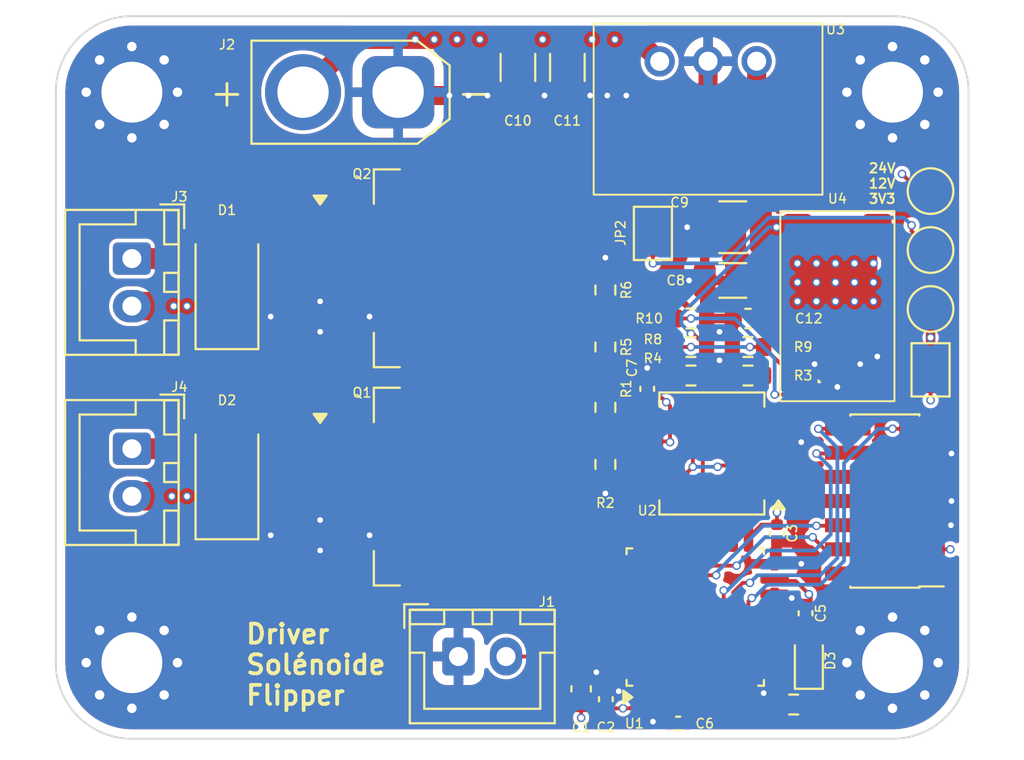
<source format=kicad_pcb>
(kicad_pcb (version 20241229) (generator "pcbnew") (generator_version "9.0")
  (layers (0 "F.Cu" signal) (4 "In1.Cu" power "In1.Cu-GND") (6 "In2.Cu" power "In2.Cu-PWR") (2 "B.Cu" signal) (13 "F.Paste" user) (15 "B.Paste" user) (5 "F.SilkS" user "F.Silkscreen") (7 "B.SilkS" user "B.Silkscreen") (1 "F.Mask" user) (3 "B.Mask" user) (25 "Edge.Cuts" user))
  (net 0 "")
  (net 1 "+24V")
  (net 2 "GND")
  (net 3 "Net-(U4-VCC)")
  (net 4 "+3.3V")
  (net 5 "NRST")
  (net 6 "/LED_Stat")
  (net 7 "LED_Status")
  (net 8 "Bouton_Actif")
  (net 9 "SYS_SWDIO")
  (net 11 "SYS_SWCLK")
  (net 14 "USART2_RX")
  (net 15 "USART2_TX")
  (net 18 "Net-(U4-FB)")
  (net 19 "Net-(U4-FSW)")
  (net 21 "Sortie-SolénoideA")
  (net 31 "Sortie-SolénoideB")
  (net 39 "/Test 3.3")
  (net 40 "Net-(Q1-G)")
  (net 41 "Net-(Q2-G)")
  (net 42 "+12V")
  (net 43 "Com-SolB")
  (net 44 "Com-SolA")
  (net 45 "Com-MOSA")
  (net 46 "Com-MOSB")
  (net 49 "/12test")
  (footprint "Resistor_SMD:R_0603_1608Metric" (layer "F.Cu") (at 52.4 34.9 180)
    (property "Reference" "R3")
    (property "Value" "10k")
  )
  (footprint "Package_TO_SOT_SMD:TO-263-3_TabPin2" (layer "F.Cu") (at 37.55 40.74)
    (property "Reference" "Q1")
    (property "Value" "NMOS")
  )
  (footprint "MountingHole:MountingHole_3.2mm_M3_Pad_Via" (layer "F.Cu") (at 20 20)
    (property "Reference" "H1" (hide yes))
    (property "Value" "MountingHole_Pad")
  )
  (footprint "Capacitor_SMD:C_1210_3225Metric" (layer "F.Cu") (at 51.6 27.1 180)
    (property "Reference" "C9")
    (property "Value" "47u")
  )
  (footprint "Capacitor_SMD:C_1206_3216Metric" (layer "F.Cu") (at 40.3 18.7 -90)
    (property "Reference" "C10")
    (property "Value" "10u")
  )
  (footprint "Connector_AMASS:AMASS_XT30U-F_1x02_P5.0mm_Vertical" (layer "F.Cu") (at 34 20 180)
    (property "Reference" "J2")
    (property "Value" "Conn_01x02")
  )
  (footprint "Capacitor_SMD:C_1206_3216Metric" (layer "F.Cu") (at 51.6 29.9 180)
    (property "Reference" "C8")
    (property "Value" "10u")
  )
  (footprint "Resistor_SMD:R_0603_1608Metric" (layer "F.Cu") (at 54.8 52.2 180)
    (property "Reference" "R7" (hide yes))
    (property "Value" "1k")
  )
  (footprint "Capacitor_SMD:C_0402_1005Metric" (layer "F.Cu") (at 53.925 43.22 -90)
    (property "Reference" "C3")
    (property "Value" "100 nF")
  )
  (footprint "LED_SMD:LED_0603_1608Metric" (layer "F.Cu") (at 55.6 49.8875 90)
    (property "Reference" "D3")
    (property "Value" "LED_Small")
  )
  (footprint "Capacitor_SMD:C_0603_1608Metric" (layer "F.Cu") (at 52.4 31.9 180)
    (property "Reference" "C12")
    (property "Value" "1u")
  )
  (footprint "Resistor_SMD:R_0603_1608Metric" (layer "F.Cu") (at 52.4 33.4 180)
    (property "Reference" "R9")
    (property "Value" "137k")
  )
  (footprint "TestPoint:TestPoint_Pad_D2.0mm" (layer "F.Cu") (at 62 31.4)
    (property "Reference" "TP1" (hide yes))
    (property "Value" "3.3V")
  )
  (footprint "MountingHole:MountingHole_3.2mm_M3_Pad_Via" (layer "F.Cu") (at 60 20)
    (property "Reference" "H2" (hide yes))
    (property "Value" "MountingHole_Pad")
  )
  (footprint "Connector_JST:JST_XH_B2B-XH-A_1x02_P2.50mm_Vertical" (layer "F.Cu") (at 20 28.75 -90)
    (property "Reference" "J3")
    (property "Value" "Conn_01x02")
  )
  (footprint "Diode_SMD:D_SMA" (layer "F.Cu") (at 25 40 90)
    (property "Reference" "D2")
    (property "Value" "FSV340AF")
  )
  (footprint "Jumper:SolderJumper-2_P1.3mm_Open_TrianglePad1.0x1.5mm" (layer "F.Cu") (at 47.4 27.425 -90)
    (property "Reference" "JP2")
    (property "Value" "SolderJumper_2_Open")
  )
  (footprint "Jumper:SolderJumper-2_P1.3mm_Open_TrianglePad1.0x1.5mm" (layer "F.Cu") (at 62 34.6 -90)
    (property "Reference" "JP1" (hide yes))
    (property "Value" "SolderJumper_2_Open")
  )
  (footprint "Package_TO_SOT_SMD:TO-263-3_TabPin2" (layer "F.Cu") (at 37.55 29.26)
    (property "Reference" "Q2")
    (property "Value" "NMOS")
  )
  (footprint "Capacitor_SMD:C_0402_1005Metric" (layer "F.Cu") (at 44.925 51.92 90)
    (property "Reference" "C2")
    (property "Value" "100 nF")
  )
  (footprint "Resistor_SMD:R_0603_1608Metric" (layer "F.Cu") (at 49.4 34.9)
    (property "Reference" "R4")
    (property "Value" "10k")
  )
  (footprint "MountingHole:MountingHole_3.2mm_M3_Pad_Via" (layer "F.Cu") (at 60 50)
    (property "Reference" "H3" (hide yes))
    (property "Value" "MountingHole_Pad")
  )
  (footprint "Resistor_SMD:R_0603_1608Metric" (layer "F.Cu") (at 44.9 39.575 -90)
    (property "Reference" "R2")
    (property "Value" "10k")
  )
  (footprint "TestPoint:TestPoint_Pad_D2.0mm" (layer "F.Cu") (at 62 28.3)
    (property "Reference" "TP3" (hide yes))
    (property "Value" "12V")
  )
  (footprint "Capacitor_SMD:C_0402_1005Metric" (layer "F.Cu") (at 47.1 35.6 90)
    (property "Reference" "C7")
    (property "Value" "100nF")
  )
  (footprint "Connector_PinHeader_1.27mm:PinHeader_2x07_P1.27mm_Vertical_SMD" (layer "F.Cu") (at 59.6 41.5 180)
    (property "Reference" "J5" (hide yes))
    (property "Value" "Conn_ST_STDC14")
  )
  (footprint "Perso:173951275" (layer "F.Cu") (at 53.605 23.1 180)
    (property "Reference" "U3")
    (property "Value" "~")
  )
  (footprint "MountingHole:MountingHole_3.2mm_M3_Pad_Via" (layer "F.Cu") (at 20 50)
    (property "Reference" "H4" (hide yes))
    (property "Value" "MountingHole_Pad")
  )
  (footprint "Package_QFP:LQFP-32_7x7mm_P0.8mm" (layer "F.Cu") (at 49.625 47.6 90)
    (property "Reference" "U1")
    (property "Value" "STM32G431KBTx")
  )
  (footprint "Package_SO:SOIC-8_5.3x6.2mm_P1.27mm" (layer "F.Cu") (at 50.5 39 180)
    (property "Reference" "U2")
    (property "Value" "~")
  )
  (footprint "Resistor_SMD:R_0603_1608Metric" (layer "F.Cu") (at 44.9 33.4 -90)
    (property "Reference" "R5")
    (property "Value" "4.7")
  )
  (footprint "Capacitor_SMD:C_0402_1005Metric" (layer "F.Cu") (at 55.425 47.4 -90)
    (property "Reference" "C5")
    (property "Value" "10 nF")
  )
  (footprint "Connector_JST:JST_XH_B2B-XH-A_1x02_P2.50mm_Vertical" (layer "F.Cu") (at 37.175 49.675)
    (property "Reference" "J1")
    (property "Value" "Conn_01x02")
  )
  (footprint "Capacitor_SMD:C_0603_1608Metric" (layer "F.Cu") (at 43.625 51.375 90)
    (property "Reference" "C1")
    (property "Value" "4u7")
  )
  (footprint "Connector_JST:JST_XH_B2B-XH-A_1x02_P2.50mm_Vertical" (layer "F.Cu") (at 20 38.75 -90)
    (property "Reference" "J4")
    (property "Value" "Conn_01x02")
  )
  (footprint "Resistor_SMD:R_0603_1608Metric" (layer "F.Cu") (at 49.4 31.9)
    (property "Reference" "R10")
    (property "Value" "5.6k")
  )
  (footprint "Perso:WPME_Magic" (layer "F.Cu") (at 57.1 31.25 90)
    (property "Reference" "U4")
    (property "Value" "MCP1640x-xMC")
  )
  (footprint "Diode_SMD:D_SMA" (layer "F.Cu") (at 25 30 90)
    (property "Reference" "D1")
    (property "Value" "FSV340AF")
  )
  (footprint "TestPoint:TestPoint_Pad_D2.0mm" (layer "F.Cu") (at 62 25.2)
    (property "Reference" "TP2" (hide yes))
    (property "Value" "24V")
  )
  (footprint "Resistor_SMD:R_0603_1608Metric" (layer "F.Cu") (at 44.9 30.4 90)
    (property "Reference" "R6")
    (property "Value" "10k")
  )
  (footprint "Resistor_SMD:R_0603_1608Metric" (layer "F.Cu") (at 49.4 33.4 180)
    (property "Reference" "R8")
    (property "Value" "402k")
  )
  (footprint "Capacitor_SMD:C_0402_1005Metric" (layer "F.Cu") (at 48.725 53.2 180)
    (property "Reference" "C6")
    (property "Value" "100nF")
  )
  (footprint "Capacitor_SMD:C_1206_3216Metric" (layer "F.Cu") (at 42.9 18.7 -90)
    (property "Reference" "C11")
    (property "Value" "10u")
  )
  (footprint "Resistor_SMD:R_0603_1608Metric" (layer "F.Cu") (at 44.9 36.575 90)
    (property "Reference" "R1")
    (property "Value" "4.7")
  )
  (gr_line (start 20 16) (end 60 16) (stroke (width 0.1)) (layer "Edge.Cuts"))
  (gr_line (start 64 20) (end 64 50) (stroke (width 0.1)) (layer "Edge.Cuts"))
  (gr_arc (start 20 54) (mid 17.171573 52.828427) (end 16 50) (stroke (width 0.1)) (layer "Edge.Cuts"))
  (gr_arc (start 60 16) (mid 62.828427 17.171573) (end 64 20) (stroke (width 0.1)) (layer "Edge.Cuts"))
  (gr_arc (start 64 50) (mid 62.828427 52.828427) (end 60 54) (stroke (width 0.1)) (layer "Edge.Cuts"))
  (gr_arc (start 16 20) (mid 17.171573 17.171573) (end 20 16) (stroke (width 0.1)) (layer "Edge.Cuts"))
  (gr_line (start 60 54) (end 20 54) (stroke (width 0.1)) (layer "Edge.Cuts"))
  (gr_line (start 16 50) (end 16 20) (stroke (width 0.1)) (layer "Edge.Cuts"))
  (gr_text "24V\n12V\n3V3" (at 58.7 25.9 0) (layer "F.SilkS") (effects (font (size 0.5 0.5) (thickness 0.1) (bold yes)) (justify left bottom)))
  (gr_text "Driver\nSolénoide\nFlipper" (at 25.9 52.3 0) (layer "F.SilkS") (effects (font (size 1 1) (thickness 0.2) (bold yes)) (justify left bottom)))
  (segment (start 22.9 41.25) (end 24.25 41.25) (width 1.5) (layer "F.Cu") (net 1))
  (segment (start 45.4 17.225) (end 46.6 17.225) (width 1) (layer "F.Cu") (net 1))
  (segment (start 62 25.2) (end 61.4 25.2) (width 0.2) (layer "F.Cu") (net 1))
  (segment (start 31.775 17.225) (end 29 20) (width 1) (layer "F.Cu") (net 1))
  (segment (start 36.4 17.225) (end 35.9 17.225) (width 1) (layer "F.Cu") (net 1))
  (segment (start 38.3 17.225) (end 36.4 17.225) (width 1) (layer "F.Cu") (net 1))
  (segment (start 20 41.25) (end 22.9 41.25) (width 1.5) (layer "F.Cu") (net 1))
  (segment (start 42.9 17.225) (end 45.4 17.225) (width 1) (layer "F.Cu") (net 1))
  (segment (start 46.6 17.225) (end 47.755 18.38) (width 1) (layer "F.Cu") (net 1))
  (segment (start 20 31.25) (end 24.25 31.25) (width 1.5) (layer "F.Cu") (net 1))
  (segment (start 54.5 30.6) (end 53.8 29.9) (width 0.4) (layer "F.Cu") (net 1))
  (segment (start 54.5 32.9) (end 59.7 32.9) (width 0.4) (layer "F.Cu") (net 1))
  (segment (start 53.8 29.9) (end 53.075 29.9) (width 0.4) (layer "F.Cu") (net 1))
  (segment (start 59.7 35.9) (end 60.4 35.2) (width 0.4) (layer "F.Cu") (net 1))
  (segment (start 54.5 32.9) (end 54.5 31.9) (width 0.4) (layer "F.Cu") (net 1))
  (segment (start 40.3 17.225) (end 38.3 17.225) (width 1) (layer "F.Cu") (net 1))
  (segment (start 24.25 41.25) (end 25 42) (width 1.5) (layer "F.Cu") (net 1))
  (segment (start 24.25 31.25) (end 25 32) (width 1.5) (layer "F.Cu") (net 1))
  (segment (start 40.3 17.225) (end 42.9 17.225) (width 1) (layer "F.Cu") (net 1))
  (segment (start 60.4 33.6) (end 59.7 32.9) (width 0.4) (layer "F.Cu") (net 1))
  (segment (start 61.4 25.2) (end 60.5 24.3) (width 0.2) (layer "F.Cu") (net 1))
  (segment (start 36.4 17.225) (end 31.775 17.225) (width 1) (layer "F.Cu") (net 1))
  (segment (start 60.4 35.2) (end 60.4 33.6) (width 0.4) (layer "F.Cu") (net 1))
  (segment (start 54.5 31.9) (end 54.5 30.6) (width 0.4) (layer "F.Cu") (net 1))
  (via (at 59 30) (size 0.45) (drill 0.3) (layers "F.Cu" "B.Cu") (net 1))
  (via (at 55 29) (size 0.45) (drill 0.3) (layers "F.Cu" "B.Cu") (net 1))
  (via (at 59 31) (size 0.45) (drill 0.3) (layers "F.Cu" "B.Cu") (net 1))
  (via (at 56 30) (size 0.45) (drill 0.3) (layers "F.Cu" "B.Cu") (net 1))
  (via (at 57 31) (size 0.45) (drill 0.3) (layers "F.Cu" "B.Cu") (net 1))
  (via (at 45.4 17.225) (size 0.45) (drill 0.3) (layers "F.Cu" "B.Cu") (net 1))
  (via (at 60.5 24.3) (size 0.45) (drill 0.3) (layers "F.Cu" "B.Cu") (net 1))
  (via (at 57 30) (size 0.45) (drill 0.3) (layers "F.Cu" "B.Cu") (net 1))
  (via (at 55 31) (size 0.45) (drill 0.3) (layers "F.Cu" "B.Cu") (net 1))
  (via (at 22.9 41.25) (size 0.45) (drill 0.3) (layers "F.Cu" "B.Cu") (net 1))
  (via (at 34.9 17.225) (size 0.45) (drill 0.3) (layers "F.Cu" "B.Cu") (net 1))
  (via (at 56 31) (size 0.45) (drill 0.3) (layers "F.Cu" "B.Cu") (net 1))
  (via (at 59 29) (size 0.45) (drill 0.3) (layers "F.Cu" "B.Cu") (net 1))
  (via (at 41.6 17.225) (size 0.45) (drill 0.3) (layers "F.Cu" "B.Cu") (net 1))
  (via (at 58 31) (size 0.45) (drill 0.3) (layers "F.Cu" "B.Cu") (net 1))
  (via (at 22.1 41.25) (size 0.45) (drill 0.3) (layers "F.Cu" "B.Cu") (net 1))
  (via (at 38.3 17.225) (size 0.45) (drill 0.3) (layers "F.Cu" "B.Cu") (net 1))
  (via (at 56 29) (size 0.45) (drill 0.3) (layers "F.Cu" "B.Cu") (net 1))
  (via (at 55 30) (size 0.45) (drill 0.3) (layers "F.Cu" "B.Cu") (net 1))
  (via (at 58 30) (size 0.45) (drill 0.3) (layers "F.Cu" "B.Cu") (net 1))
  (via (at 35.9 17.225) (size 0.45) (drill 0.3) (layers "F.Cu" "B.Cu") (net 1))
  (via (at 58 29) (size 0.45) (drill 0.3) (layers "F.Cu" "B.Cu") (net 1))
  (via (at 22.2 31.25) (size 0.45) (drill 0.3) (layers "F.Cu" "B.Cu") (net 1))
  (via (at 22.9 31.25) (size 0.45) (drill 0.3) (layers "F.Cu" "B.Cu") (net 1))
  (via (at 37.1 17.225) (size 0.45) (drill 0.3) (layers "F.Cu" "B.Cu") (net 1))
  (via (at 57 29) (size 0.45) (drill 0.3) (layers "F.Cu" "B.Cu") (net 1))
  (via (at 44.2 17.225) (size 0.45) (drill 0.3) (layers "F.Cu" "B.Cu") (net 1))
  (segment (start 53.2625 51.5625) (end 53.225 51.6) (width 0.2) (layer "F.Cu") (net 2))
  (segment (start 50.225 31.9) (end 51.625 31.9) (width 0.2) (layer "F.Cu") (net 2))
  (segment (start 50.225 34.9) (end 51.575 34.9) (width 0.2) (layer "F.Cu") (net 2))
  (segment (start 51.575 33.4) (end 51.575 33.425) (width 0.2) (layer "F.Cu") (net 2))
  (segment (start 47.1 35.12) (end 47.1 34.5) (width 0.2) (layer "F.Cu") (net 2))
  (segment (start 50.225 31.9) (end 50.225 31.925) (width 0.2) (layer "F.Cu") (net 2))
  (segment (start 63.06 38.96) (end 63.1 39) (width 0.2) (layer "F.Cu") (net 2))
  (segment (start 57.1 34.3) (end 57.1 35.5) (width 0.2) (layer "F.Cu") (net 2))
  (segment (start 44.925 51) (end 44.425 50.5) (width 0.2) (layer "F.Cu") (net 2))
  (segment (start 54.801 47.256) (end 54.801 46.701) (width 0.2) (layer "F.Cu") (net 2))
  (segment (start 44.525 50.4) (end 44.425 50.5) (width 0.2) (layer "F.Cu") (net 2))
  (segment (start 50.225 34.9) (end 50.225 34.775) (width 0.2) (layer "F.Cu") (net 2))
  (segment (start 36.7 20.175) (end 34.175 20.175) (width 1) (layer "F.Cu") (net 2))
  (segment (start 55.165 38.365) (end 55.2 38.4) (width 0.2) (layer "F.Cu") (net 2))
  (segment (start 42.9 20.175) (end 49.825 20.175) (width 1) (layer "F.Cu") (net 2))
  (segment (start 50.125 27.1) (end 49.2 27.1) (width 0.2) (layer "F.Cu") (net 2))
  (segment (start 44.925 51.44) (end 44.925 51) (width 0.2) (layer "F.Cu") (net 2))
  (segment (start 29.9 43.28) (end 27.32 43.28) (width 0.2) (layer "F.Cu") (net 2))
  (segment (start 54.825 47.28) (end 54.825 46.725) (width 0.2) (layer "F.Cu") (net 2))
  (segment (start 29.9 31.8) (end 32.5 31.8) (width 0.2) (layer "F.Cu") (net 2))
  (segment (start 50.125 29.9) (end 49.3 29.9) (width 0.2) (layer "F.Cu") (net 2))
  (segment (start 54.825 46.725) (end 54.6 46.5) (width 0.2) (layer "F.Cu") (net 2))
  (segment (start 45.45 50.4) (end 44.525 50.4) (width 0.2) (layer "F.Cu") (net 2))
  (segment (start 51.575 33.425) (end 50.9 34.1) (width 0.2) (layer "F.Cu") (net 2))
  (segment (start 29.9 43.28) (end 32.48 43.28) (width 0.2) (layer "F.Cu") (net 2))
  (segment (start 53.925 44.675) (end 53.8 44.8) (width 0.2) (layer "F.Cu") (net 2))
  (segment (start 29.9 31.8) (end 29.9 31) (width 0.2) (layer "F.Cu") (net 2))
  (segment (start 51.575 34.9) (end 51.575 34.775) (width 0.2) (layer "F.Cu") (net 2))
  (segment (start 53.975 52.2) (end 53.825 52.2) (width 0.2) (layer "F.Cu") (net 2))
  (segment (start 41.7 20.175) (end 42.9 20.175) (width 1) (layer "F.Cu") (net 2))
  (segment (start 48.245 53.3) (end 47.6 53.3) (width 0.2) (layer "F.Cu") (net 2))
  (segment (start 53.8 44.8) (end 54.825 44.8) (width 0.2) (layer "F.Cu") (net 2))
  (segment (start 51.575 34.9) (end 51.575 33.4) (width 0.2) (layer "F.Cu") (net 2))
  (segment (start 55.0225 47.4775) (end 54.801 47.256) (width 0.2) (layer "F.Cu") (net 2))
  (segment (start 51.6 31.9) (end 50.9 32.6) (width 0.2) (layer "F.Cu") (net 2))
  (segment (start 51.575 33.4) (end 51.575 31.95) (width 0.2) (layer "F.Cu") (net 2))
  (segment (start 51.625 31.9) (end 51.6 31.9) (width 0.2) (layer "F.Cu") (net 2))
  (segment (start 59.7 33.9) (end 59.2 33.9) (width 0.2) (layer "F.Cu") (net 2))
  (segment (start 44.925 51.44) (end 45.54 51.44) (width 0.2) (layer "F.Cu") (net 2))
  (segment (start 57.1 34.3) (end 55.9 34.3) (width 0.2) (layer "F.Cu") (net 2))
  (segment (start 57.1 34.3) (end 58.3 34.3) (width 0.2) (layer "F.Cu") (net 2))
  (segment (start 53.825 52.2) (end 53.225 51.6) (width 0.2) (layer "F.Cu") (net 2))
  (segment (start 40.3 20.175) (end 41.7 20.175) (width 1) (layer "F.Cu") (net 2))
  (segment (start 29.9 31.8) (end 29.9 32.6) (width 0.2) (layer "F.Cu") (net 2))
  (segment (start 29.9 43.28) (end 29.9 42.5) (width 0.2) (layer "F.Cu") (net 2))
  (segment (start 34.175 20.175) (end 34 20) (width 1) (layer "F.Cu") (net 2))
  (segment (start 27.32 43.28) (end 27.3 43.3) (width 0.2) (layer "F.Cu") (net 2))
  (segment (start 44.325 50.6) (end 44.425 50.5) (width 0.2) (layer "F.Cu") (net 2))
  (segment (start 50.225 31.925) (end 50.9 32.6) (width 0.2) (layer "F.Cu") (net 2))
  (segment (start 51.575 34.775) (end 50.9 34.1) (width 0.2) (layer "F.Cu") (net 2))
  (segment (start 32.48 43.28) (end 32.5 43.3) (width 0.2) (layer "F.Cu") (net 2))
  (segment (start 29.9 31.8) (end 27.3 31.8) (width 0.2) (layer "F.Cu") (net 2))
  (segment (start 63.07 42.77) (end 61.55 42.77) (width 0.2) (layer "F.Cu") (net 2))
  (segment (start 50.3 19.7) (end 50.3 18.37) (width 1) (layer "F.Cu") (net 2))
  (segment (start 44.9 29.575) (end 44.9 28.7) (width 0.2) (layer "F.Cu") (net 2))
  (segment (start 47.6 53.3) (end 47.4 53.1) (width 0.2) (layer "F.Cu") (net 2))
  (segment (start 51.575 31.95) (end 51.625 31.9) (width 0.2) (layer "F.Cu") (net 2))
  (segment (start 43.625 50.6) (end 44.325 50.6) (width 0.2) (layer "F.Cu") (net 2))
  (segment (start 49.825 20.175) (end 50.3 19.7) (width 1) (layer "F.Cu") (net 2))
  (segment (start 53.925 43.7) (end 53.925 44.675) (width 0.2) (layer "F.Cu") (net 2))
  (segment (start 51.575 33.4) (end 51.575 33.275) (width 0.2) (layer "F.Cu") (net 2))
  (segment (start 44.9 40.4) (end 44.9 41.1) (width 0.2) (layer "F.Cu") (net 2))
  (segment (start 45.54 51.44) (end 45.6 51.5) (width 0.2) (layer "F.Cu") (net 2))
  (segment (start 61.55 41.5) (end 63.1 41.5) (width 0.2) (layer "F.Cu") (net 2))
  (segment (start 55.0225 47.4775) (end 55.425 47.88) (width 0.2) (layer "F.Cu") (net 2))
  (segment (start 61.55 38.96) (end 63.06 38.96) (width 0.2) (layer "F.Cu") (net 2))
  (segment (start 54 38.365) (end 55.165 38.365) (width 0.2) (layer "F.Cu") (net 2))
  (segment (start 54.075 46.5) (end 54.6 46.5) (width 0.2) (layer "F.Cu") (net 2))
  (segment (start 54.825 47.28) (end 55.0225 47.4775) (width 0.2) (layer "F.Cu") (net 2))
  (segment (start 50.225 34.775) (end 50.9 34.1) (width 0.2) (layer "F.Cu") (net 2))
  (segment (start 51.575 33.275) (end 50.9 32.6) (width 0.2) (layer "F.Cu") (net 2))
  (segment (start 29.9 43.28) (end 29.9 44.1) (width 0.2) (layer "F.Cu") (net 2))
  (segment (start 40.3 20.175) (end 36.7 20.175) (width 1) (layer "F.Cu") (net 2))
  (via (at 41.7 20.175) (size 0.45) (drill 0.3) (layers "F.Cu" "B.Cu") (net 2))
  (via (at 27.3 31.8) (size 0.45) (drill 0.3) (layers "F.Cu" "B.Cu") (net 2))
  (via (at 36.7 20.175) (size 0.45) (drill 0.3) (layers "F.Cu" "B.Cu") (net 2))
  (via (at 29.9 31) (size 0.45) (drill 0.3) (layers "F.Cu" "B.Cu") (net 2))
  (via (at 63.07 42.77) (size 0.45) (drill 0.3) (layers "F.Cu" "B.Cu") (net 2))
  (via (at 59.2 33.9) (size 0.45) (drill 0.3) (layers "F.Cu" "B.Cu") (net 2))
  (via (at 37.7 20.175) (size 0.45) (drill 0.3) (layers "F.Cu" "B.Cu") (net 2))
  (via (at 55.2 38.4) (size 0.45) (drill 0.3) (layers "F.Cu" "B.Cu") (net 2))
  (via (at 44.9 28.7) (size 0.45) (drill 0.3) (layers "F.Cu" "B.Cu") (net 2))
  (via (at 45 20.175) (size 0.45) (drill 0.3) (layers "F.Cu" "B.Cu") (net 2))
  (via (at 50.9 34.1) (size 0.45) (drill 0.3) (layers "F.Cu" "B.Cu") (net 2))
  (via (at 32.5 31.8) (size 0.45) (drill 0.3) (layers "F.Cu" "B.Cu") (net 2))
  (via (at 44.9 41.1) (size 0.45) (drill 0.3) (layers "F.Cu" "B.Cu") (net 2))
  (via (at 58.3 34.3) (size 0.45) (drill 0.3) (layers "F.Cu" "B.Cu") (net 2))
  (via (at 29.9 42.5) (size 0.45) (drill 0.3) (layers "F.Cu" "B.Cu") (net 2))
  (via (at 49.2 27.1) (size 0.45) (drill 0.3) (layers "F.Cu" "B.Cu") (net 2))
  (via (at 49.3 29.9) (size 0.45) (drill 0.3) (layers "F.Cu" "B.Cu") (net 2))
  (via (at 38.7 20.175) (size 0.45) (drill 0.3) (layers "F.Cu" "B.Cu") (net 2))
  (via (at 47.4 53.1) (size 0.45) (drill 0.3) (layers "F.Cu" "B.Cu") (net 2))
  (via (at 63.1 41.5) (size 0.45) (drill 0.3) (layers "F.Cu" "B.Cu") (net 2))
  (via (at 27.3 43.3) (size 0.45) (drill 0.3) (layers "F.Cu" "B.Cu") (net 2))
  (via (at 46 20.175) (size 0.45) (drill 0.3) (layers "F.Cu" "B.Cu") (net 2))
  (via (at 55.2 44.8) (size 0.45) (drill 0.3) (layers "F.Cu" "B.Cu") (net 2))
  (via (at 44.425 50.5) (size 0.45) (drill 0.3) (layers "F.Cu" "B.Cu") (net 2))
  (via (at 57.1 35.5) (size 0.45) (drill 0.3) (layers "F.Cu" "B.Cu") (net 2))
  (via (at 29.9 32.6) (size 0.45) (drill 0.3) (layers "F.Cu" "B.Cu") (net 2))
  (via (at 47.1 34.5) (size 0.45) (drill 0.3) (layers "F.Cu" "B.Cu") (net 2))
  (via (at 44.1 20.175) (size 0.45) (drill 0.3) (layers "F.Cu" "B.Cu") (net 2))
  (via (at 63.1 39) (size 0.45) (drill 0.3) (layers "F.Cu" "B.Cu") (net 2))
  (via (at 29.9 44.1) (size 0.45) (drill 0.3) (layers "F.Cu" "B.Cu") (net 2))
  (via (at 32.5 43.3) (size 0.45) (drill 0.3) (layers "F.Cu" "B.Cu") (net 2))
  (via (at 55.9 34.3) (size 0.45) (drill 0.3) (layers "F.Cu" "B.Cu") (net 2))
  (via (at 50.9 32.6) (size 0.45) (drill 0.3) (layers "F.Cu" "B.Cu") (net 2))
  (via (at 53.225 51.6) (size 0.45) (drill 0.3) (layers "F.Cu" "B.Cu") (net 2))
  (via (at 45.6 51.5) (size 0.45) (drill 0.3) (layers "F.Cu" "B.Cu") (net 2))
  (via (at 54.7 46.6) (size 0.45) (drill 0.3) (layers "F.Cu" "B.Cu") (net 2))
  (segment (start 54 33.4) (end 54 32.725) (width 0.2) (layer "F.Cu") (net 3))
  (segment (start 54 32.725) (end 53.175 31.9) (width 0.2) (layer "F.Cu") (net 3))
  (segment (start 54.5 33.9) (end 54 33.4) (width 0.2) (layer "F.Cu") (net 3))
  (segment (start 54.9 45.7) (end 54.075 45.7) (width 0.2) (layer "F.Cu") (net 4))
  (segment (start 62 35.325) (end 62 36.2) (width 0.2) (layer "F.Cu") (net 4))
  (segment (start 43.625 52.15) (end 43.625 52.9) (width 0.2) (layer "F.Cu") (net 4))
  (segment (start 53.11 42.74) (end 52.425 43.425) (width 0.2) (layer "F.Cu") (net 4))
  (segment (start 53.925 42.74) (end 53.925 42.1) (width 0.2) (layer "F.Cu") (net 4))
  (segment (start 46.825 51.775) (end 46.2 52.4) (width 0.2) (layer "F.Cu") (net 4))
  (segment (start 55.6 46.4) (end 54.9 45.7) (width 0.2) (layer "F.Cu") (net 4))
  (segment (start 46.2 52.4) (end 44.925 52.4) (width 0.2) (layer "F.Cu") (net 4))
  (segment (start 55.7 46.5) (end 55.7 47.02) (width 0.2) (layer "F.Cu") (net 4))
  (segment (start 53.925 42.74) (end 53.11 42.74) (width 0.2) (layer "F.Cu") (net 4))
  (segment (start 63.04 44.04) (end 61.55 44.04) (width 0.2) (layer "F.Cu") (net 4))
  (segment (start 55.6 46.4) (end 55.7 46.5) (width 0.2) (layer "F.Cu") (net 4))
  (via (at 62 36.2) (size 0.45) (drill 0.3) (layers "F.Cu" "B.Cu") (net 4))
  (via (at 53.925 42.1) (size 0.45) (drill 0.3) (layers "F.Cu" "B.Cu") (net 4))
  (via (at 55.6 46.4) (size 0.45) (drill 0.3) (layers "F.Cu" "B.Cu") (net 4))
  (via (at 43.625 52.9) (size 0.45) (drill 0.3) (layers "F.Cu" "B.Cu") (net 4))
  (via (at 45.825 52.4) (size 0.45) (drill 0.3) (layers "F.Cu" "B.Cu") (net 4))
  (via (at 63.04 44.04) (size 0.45) (drill 0.3) (layers "F.Cu" "B.Cu") (net 4))
  (segment (start 51.12225 49.20275) (end 49.225 51.1) (width 0.2) (layer "F.Cu") (net 5))
  (segment (start 51.12225 46.2) (end 51.12225 49.20275) (width 0.2) (layer "F.Cu") (net 5))
  (segment (start 49.205 51.795) (end 49.225 51.775) (width 0.2) (layer "F.Cu") (net 5))
  (segment (start 49.225 51.1) (end 49.225 51.775) (width 0.2) (layer "F.Cu") (net 5))
  (segment (start 49.205 53.3) (end 49.205 51.795) (width 0.2) (layer "F.Cu") (net 5))
  (segment (start 56 39) (end 57.61 39) (width 0.2) (layer "F.Cu") (net 5))
  (segment (start 57.61 39) (end 57.65 38.96) (width 0.2) (layer "F.Cu") (net 5))
  (via (at 51.12225 46.2) (size 0.45) (drill 0.3) (layers "F.Cu" "B.Cu") (net 5))
  (via (at 56 39) (size 0.45) (drill 0.3) (layers "F.Cu" "B.Cu") (net 5))
  (segment (start 56.749 43.251) (end 56.749 39.749) (width 0.2) (layer "B.Cu") (net 5))
  (segment (start 55.9 44.1) (end 56.749 43.251) (width 0.2) (layer "B.Cu") (net 5))
  (segment (start 53.413748 44.1) (end 55.9 44.1) (width 0.2) (layer "B.Cu") (net 5))
  (segment (start 56.749 39.749) (end 56 39) (width 0.2) (layer "B.Cu") (net 5))
  (segment (start 51.12225 46.2) (end 51.313748 46.2) (width 0.2) (layer "B.Cu") (net 5))
  (segment (start 51.313748 46.2) (end 53.413748 44.1) (width 0.2) (layer "B.Cu") (net 5))
  (segment (start 55.6 52.175) (end 55.625 52.2) (width 0.2) (layer "F.Cu") (net 6))
  (segment (start 55.325 50.4) (end 55.6 50.675) (width 0.2) (layer "F.Cu") (net 6))
  (segment (start 55.6 50.675) (end 55.6 52.175) (width 0.2) (layer "F.Cu") (net 6))
  (segment (start 54.3 50.4) (end 55.6 49.1) (width 0.2) (layer "F.Cu") (net 7))
  (segment (start 53.8 50.4) (end 54.3 50.4) (width 0.2) (layer "F.Cu") (net 7))
  (segment (start 39.675 49.675) (end 45.375 49.675) (width 0.2) (layer "F.Cu") (net 8))
  (segment (start 45.375 49.675) (end 45.45 49.6) (width 0.2) (layer "F.Cu") (net 8))
  (segment (start 48.350001 44.9) (end 47.625 44.174999) (width 0.2) (layer "F.Cu") (net 9))
  (segment (start 47.625 44.174999) (end 47.625 43.425) (width 0.2) (layer "F.Cu") (net 9))
  (segment (start 56.4 44) (end 57.61 44) (width 0.2) (layer "F.Cu") (net 9))
  (segment (start 51.8 44.9) (end 48.350001 44.9) (width 0.2) (layer "F.Cu") (net 9))
  (segment (start 57.61 44) (end 57.65 44.04) (width 0.2) (layer "F.Cu") (net 9))
  (segment (start 55.8 43.4) (end 56.4 44) (width 0.2) (layer "F.Cu") (net 9))
  (via (at 51.8 44.9) (size 0.45) (drill 0.3) (layers "F.Cu" "B.Cu") (net 9))
  (via (at 55.8 43.4) (size 0.45) (drill 0.3) (layers "F.Cu" "B.Cu") (net 9))
  (segment (start 51.8 44.9) (end 53.3 43.4) (width 0.2) (layer "B.Cu") (net 9))
  (segment (start 53.3 43.4) (end 55.8 43.4) (width 0.2) (layer "B.Cu") (net 9))
  (segment (start 56 42.8) (end 57.62 42.8) (width 0.2) (layer "F.Cu") (net 11))
  (segment (start 57.62 42.8) (end 57.65 42.77) (width 0.2) (layer "F.Cu") (net 11))
  (segment (start 50.725 45.4) (end 48.050001 45.4) (width 0.2) (layer "F.Cu") (net 11))
  (segment (start 48.050001 45.4) (end 46.825 44.174999) (width 0.2) (layer "F.Cu") (net 11))
  (segment (start 46.825 44.174999) (end 46.825 43.425) (width 0.2) (layer "F.Cu") (net 11))
  (via (at 56 42.8) (size 0.45) (drill 0.3) (layers "F.Cu" "B.Cu") (net 11))
  (via (at 50.725 45.4) (size 0.45) (drill 0.3) (layers "F.Cu" "B.Cu") (net 11))
  (segment (start 51.299 44.701) (end 50.725 45.275) (width 0.2) (layer "B.Cu") (net 11))
  (segment (start 56 42.8) (end 53.2 42.8) (width 0.2) (layer "B.Cu") (net 11))
  (segment (start 51.299 44.692479) (end 51.299 44.701) (width 0.2) (layer "B.Cu") (net 11))
  (segment (start 53.2 42.8) (end 51.601 44.399) (width 0.2) (layer "B.Cu") (net 11))
  (segment (start 51.601 44.399) (end 51.592479 44.399) (width 0.2) (layer "B.Cu") (net 11))
  (segment (start 51.592479 44.399) (end 51.299 44.692479) (width 0.2) (layer "B.Cu") (net 11))
  (segment (start 50.725 45.275) (end 50.725 45.4) (width 0.2) (layer "B.Cu") (net 11))
  (segment (start 52.425 51.775) (end 52.425 46.775) (width 0.2) (layer "F.Cu") (net 14))
  (segment (start 61.54 37.7) (end 61.55 37.69) (width 0.2) (layer "F.Cu") (net 14))
  (segment (start 60 37.7) (end 61.54 37.7) (width 0.2) (layer "F.Cu") (net 14))
  (segment (start 52.425 46.775) (end 52.6 46.6) (width 0.2) (layer "F.Cu") (net 14))
  (via (at 52.6 46.6) (size 0.45) (drill 0.3) (layers "F.Cu" "B.Cu") (net 14))
  (via (at 60 37.7) (size 0.45) (drill 0.3) (layers "F.Cu" "B.Cu") (net 14))
  (segment (start 56.9 45.2) (end 57.451 44.649) (width 0.2) (layer "B.Cu") (net 14))
  (segment (start 57.451 39.5) (end 59.251 37.7) (width 0.2) (layer "B.Cu") (net 14))
  (segment (start 53.7 45.9) (end 54.7 45.9) (width 0.2) (layer "B.Cu") (net 14))
  (segment (start 53.4 45.9) (end 53.7 45.9) (width 0.2) (layer "B.Cu") (net 14))
  (segment (start 59.251 37.7) (end 60 37.7) (width 0.2) (layer "B.Cu") (net 14))
  (segment (start 57.451 44.649) (end 57.451 39.5) (width 0.2) (layer "B.Cu") (net 14))
  (segment (start 54.7 45.9) (end 56.2 45.9) (width 0.2) (layer "B.Cu") (net 14))
  (segment (start 52.7 46.6) (end 53.4 45.9) (width 0.2) (layer "B.Cu") (net 14))
  (segment (start 56.2 45.9) (end 56.9 45.2) (width 0.2) (layer "B.Cu") (net 14))
  (segment (start 52.5 45.8) (end 52.125 45.8) (width 0.2) (layer "F.Cu") (net 15))
  (segment (start 56.1 37.7) (end 57.64 37.7) (width 0.2) (layer "F.Cu") (net 15))
  (segment (start 57.64 37.7) (end 57.65 37.69) (width 0.2) (layer "F.Cu") (net 15))
  (segment (start 52.125 45.8) (end 51.625 46.3) (width 0.2) (layer "F.Cu") (net 15))
  (segment (start 51.625 46.3) (end 51.625 51.775) (width 0.2) (layer "F.Cu") (net 15))
  (via (at 52.5 45.8) (size 0.45) (drill 0.3) (layers "F.Cu" "B.Cu") (net 15))
  (via (at 56.1 37.7) (size 0.45) (drill 0.3) (layers "F.Cu" "B.Cu") (net 15))
  (segment (start 56.199 45.401) (end 56.5 45.1) (width 0.2) (layer "B.Cu") (net 15))
  (segment (start 56.5 45.1) (end 57.1 44.5) (width 0.2) (layer "B.Cu") (net 15))
  (segment (start 52.899 45.401) (end 56.199 45.401) (width 0.2) (layer "B.Cu") (net 15))
  (segment (start 52.5 45.8) (end 52.899 45.401) (width 0.2) (layer "B.Cu") (net 15))
  (segment (start 57.1 40.1) (end 57.1 38.7) (width 0.2) (layer "B.Cu") (net 15))
  (segment (start 57.1 38.7) (end 56.1 37.7) (width 0.2) (layer "B.Cu") (net 15))
  (segment (start 57.1 44.5) (end 57.1 40.1) (width 0.2) (layer "B.Cu") (net 15))
  (segment (start 53.225 33.4) (end 52.5 33.4) (width 0.2) (layer "F.Cu") (net 18))
  (segment (start 54.5 34.675) (end 53.225 33.4) (width 0.2) (layer "F.Cu") (net 18))
  (segment (start 49.4 33.4) (end 48.575 33.4) (width 0.2) (layer "F.Cu") (net 18))
  (segment (start 54.5 34.9) (end 54.5 34.675) (width 0.2) (layer "F.Cu") (net 18))
  (via (at 52.5 33.4) (size 0.45) (drill 0.3) (layers "F.Cu" "B.Cu") (net 18))
  (via (at 49.4 33.4) (size 0.45) (drill 0.3) (layers "F.Cu" "B.Cu") (net 18))
  (segment (start 52.5 33.4) (end 49.4 33.4) (width 0.2) (layer "B.Cu") (net 18))
  (segment (start 53.8 35.9) (end 54.5 35.9) (width 0.2) (layer "F.Cu") (net 19))
  (segment (start 48.575 31.9) (end 49.4 31.9) (width 0.2) (layer "F.Cu") (net 19))
  (via (at 49.4 31.9) (size 0.45) (drill 0.3) (layers "F.Cu" "B.Cu") (net 19))
  (via (at 53.8 35.9) (size 0.45) (drill 0.3) (layers "F.Cu" "B.Cu") (net 19))
  (segment (start 51.708521 31.9) (end 53.8 33.991479) (width 0.2) (layer "B.Cu") (net 19))
  (segment (start 53.8 33.991479) (end 53.8 35.9) (width 0.2) (layer "B.Cu") (net 19))
  (segment (start 49.4 31.9) (end 51.708521 31.9) (width 0.2) (layer "B.Cu") (net 19))
  (segment (start 20 28.75) (end 24.25 28.75) (width 1.1) (layer "F.Cu") (net 21))
  (segment (start 29.9 26.72) (end 26.28 26.72) (width 1.1) (layer "F.Cu") (net 21))
  (segment (start 26.28 26.72) (end 25 28) (width 1.1) (layer "F.Cu") (net 21))
  (segment (start 24.25 28.75) (end 25 28) (width 1.1) (layer "F.Cu") (net 21))
  (segment (start 25.2 38.2) (end 25 38) (width 1.1) (layer "F.Cu") (net 31))
  (segment (start 20 38.75) (end 24.25 38.75) (width 1.1) (layer "F.Cu") (net 31))
  (segment (start 29.9 38.2) (end 25.2 38.2) (width 1.1) (layer "F.Cu") (net 31))
  (segment (start 24.25 38.75) (end 25 38) (width 1.1) (layer "F.Cu") (net 31))
  (segment (start 50.225 33.4) (end 49.525 32.7) (width 0.2) (layer "F.Cu") (net 39))
  (segment (start 53.9 27.1) (end 54.95 27.1) (width 1) (layer "F.Cu") (net 39))
  (segment (start 49.525 32.7) (end 49.4 32.7) (width 0.2) (layer "F.Cu") (net 39))
  (segment (start 54.95 27.1) (end 55 27.15) (width 1) (layer "F.Cu") (net 39))
  (segment (start 59.2 27.15) (end 59.901 27.851) (width 1) (layer "F.Cu") (net 39))
  (segment (start 53.075 27.1) (end 53.9 27.1) (width 1) (layer "F.Cu") (net 39))
  (segment (start 62 33.875) (end 62 32.9) (width 0.5) (layer "F.Cu") (net 39))
  (segment (start 59.901 29.301) (end 62 31.4) (width 1) (layer "F.Cu") (net 39))
  (segment (start 62 31.4) (end 62.1 31.4) (width 0.2) (layer "F.Cu") (net 39))
  (segment (start 55 27.15) (end 59.2 27.15) (width 1) (layer "F.Cu") (net 39))
  (segment (start 59.901 27.851) (end 59.901 29.301) (width 1) (layer "F.Cu") (net 39))
  (segment (start 62 32.9) (end 62 31.4) (width 0.5) (layer "F.Cu") (net 39))
  (via (at 49.4 32.7) (size 0.45) (drill 0.3) (layers "F.Cu" "B.Cu") (net 39))
  (via (at 53.9 27.1) (size 0.45) (drill 0.3) (layers "F.Cu" "B.Cu") (net 39))
  (via (at 62 32.9) (size 0.45) (drill 0.3) (layers "F.Cu" "B.Cu") (net 39))
  (segment (start 53.491479 27.1) (end 53.9 27.1) (width 0.2) (layer "B.Cu") (net 39))
  (segment (start 49.4 32.7) (end 48.899 32.199) (width 0.2) (layer "B.Cu") (net 39))
  (segment (start 48.899 31.692479) (end 53.491479 27.1) (width 0.2) (layer "B.Cu") (net 39))
  (segment (start 48.899 32.199) (end 48.899 31.692479) (width 0.2) (layer "B.Cu") (net 39))
  (segment (start 39.05 40.74) (end 29.9 40.74) (width 0.5) (layer "F.Cu") (net 40))
  (segment (start 44.9 38.75) (end 44.9 37.4) (width 0.5) (layer "F.Cu") (net 40))
  (segment (start 44.85 38.7) (end 41.09 38.7) (width 0.5) (layer "F.Cu") (net 40))
  (segment (start 41.09 38.7) (end 39.05 40.74) (width 0.5) (layer "F.Cu") (net 40))
  (segment (start 44.9 38.75) (end 44.85 38.7) (width 0.5) (layer "F.Cu") (net 40))
  (segment (start 44.9 31.225) (end 41.015 31.225) (width 0.5) (layer "F.Cu") (net 41))
  (segment (start 41.015 31.225) (end 39.05 29.26) (width 0.5) (layer "F.Cu") (net 41))
  (segment (start 44.9 32.575) (end 44.9 31.225) (width 0.5) (layer "F.Cu") (net 41))
  (segment (start 39.05 29.26) (end 29.9 29.26) (width 0.5) (layer "F.Cu") (net 41))
  (segment (start 47.4 28.15) (end 47.4 29) (width 0.2) (layer "F.Cu") (net 42))
  (segment (start 61 27.3) (end 62 28.3) (width 0.2) (layer "F.Cu") (net 42))
  (segment (start 47 38.365) (end 48.265 38.365) (width 0.2) (layer "F.Cu") (net 42))
  (segment (start 48.265 38.365) (end 48.3 38.4) (width 0.2) (layer "F.Cu") (net 42))
  (segment (start 48.1 36.3) (end 48.3 36.5) (width 0.2) (layer "F.Cu") (net 42))
  (segment (start 47.1 36.08) (end 47.88 36.08) (width 0.2) (layer "F.Cu") (net 42))
  (segment (start 61 27) (end 61 27.3) (width 0.2) (layer "F.Cu") (net 42))
  (segment (start 48.3 36.5) (end 48.3 38.4) (width 0.2) (layer "F.Cu") (net 42))
  (segment (start 47.88 36.08) (end 48.1 36.3) (width 0.2) (layer "F.Cu") (net 42))
  (via (at 48.3 38.4) (size 0.45) (drill 0.3) (layers "F.Cu" "B.Cu") (net 42))
  (via (at 61 27) (size 0.45) (drill 0.3) (layers "F.Cu" "B.Cu") (net 42))
  (via (at 48.1 36.3) (size 0.45) (drill 0.3) (layers "F.Cu" "B.Cu") (net 42))
  (via (at 47.4 29) (size 0.45) (drill 0.3) (layers "F.Cu" "B.Cu") (net 42))
  (segment (start 60.599 26.599) (end 61 27) (width 0.2) (layer "B.Cu") (net 42))
  (segment (start 47.4 29) (end 51.095091 29) (width 0.2) (layer "B.Cu") (net 42))
  (segment (start 53.496091 26.599) (end 60.599 26.599) (width 0.2) (layer "B.Cu") (net 42))
  (segment (start 51.095091 29) (end 53.496091 26.599) (width 0.2) (layer "B.Cu") (net 42))
  (segment (start 49.225 43.425) (end 49.225 39.975) (width 0.2) (layer "F.Cu") (net 43))
  (segment (start 49.225 39.975) (end 49.5 39.7) (width 0.2) (layer "F.Cu") (net 43))
  (segment (start 49.5 35.825) (end 48.575 34.9) (width 0.2) (layer "F.Cu") (net 43))
  (segment (start 49.5 39.7) (end 49.5 35.825) (width 0.2) (layer "F.Cu") (net 43))
  (segment (start 54 39.635) (end 50.865 39.635) (width 0.2) (layer "F.Cu") (net 43))
  (segment (start 50.865 39.635) (end 50.8 39.7) (width 0.2) (layer "F.Cu") (net 43))
  (via (at 49.5 39.7) (size 0.45) (drill 0.3) (layers "F.Cu" "B.Cu") (net 43))
  (via (at 50.8 39.7) (size 0.45) (drill 0.3) (layers "F.Cu" "B.Cu") (net 43))
  (segment (start 50.8 39.7) (end 49.5 39.7) (width 0.2) (layer "B.Cu") (net 43))
  (segment (start 53.225 35.175) (end 53.225 34.9) (width 0.2) (layer "F.Cu") (net 44))
  (segment (start 52.7 35.7) (end 53.225 35.175) (width 0.2) (layer "F.Cu") (net 44))
  (segment (start 50.025 38.675) (end 51.605 37.095) (width 0.2) (layer "F.Cu") (net 44))
  (segment (start 50.025 43.425) (end 50.025 38.675) (width 0.2) (layer "F.Cu") (net 44))
  (segment (start 52.7 37.095) (end 52.7 35.7) (width 0.2) (layer "F.Cu") (net 44))
  (segment (start 52.7 37.095) (end 54 37.095) (width 0.2) (layer "F.Cu") (net 44))
  (segment (start 51.605 37.095) (end 52.7 37.095) (width 0.2) (layer "F.Cu") (net 44))
  (segment (start 45.626 34.951) (end 44.9 34.225) (width 0.2) (layer "F.Cu") (net 45))
  (segment (start 45.626 35.721) (end 45.626 34.951) (width 0.2) (layer "F.Cu") (net 45))
  (segment (start 47 37.095) (end 45.626 35.721) (width 0.2) (layer "F.Cu") (net 45))
  (segment (start 46.050001 39.635) (end 47 39.635) (width 0.2) (layer "F.Cu") (net 46))
  (segment (start 44.9 35.75) (end 45.626 36.476) (width 0.2) (layer "F.Cu") (net 46))
  (segment (start 45.626 39.210999) (end 46.050001 39.635) (width 0.2) (layer "F.Cu") (net 46))
  (segment (start 45.626 36.476) (end 45.626 39.210999) (width 0.2) (layer "F.Cu") (net 46))
  (segment (start 47.4 26.7) (end 47.4 24.7) (width 1) (layer "F.Cu") (net 49))
  (segment (start 51.5 22.5) (end 52.855 21.145) (width 1) (layer "F.Cu") (net 49))
  (segment (start 47.4 24.7) (end 49.6 22.5) (width 1) (layer "F.Cu") (net 49))
  (segment (start 49.6 22.5) (end 51.5 22.5) (width 1) (layer "F.Cu") (net 49))
  (segment (start 52.855 21.145) (end 52.855 18.37) (width 1) (layer "F.Cu") (net 49))
  (zone (net 2) (net_name "GND") (layers "F.Cu" "B.Cu") (connect_pads (clearance 0.2)) (min_thickness 0.25) (fill yes (thermal_gap 0.5) (thermal_bridge_width 0.5))
    (polygon (pts (xy 16 16) (xy 64 16) (xy 64 54) (xy 16 54)))
  )
  (zone (net 1) (net_name "+24V") (layers "F.Cu" "In2.Cu") (priority 5) (connect_pads yes (clearance 0.2)) (min_thickness 0.25) (fill yes (thermal_gap 0.5) (thermal_bridge_width 0.5))
    (polygon (pts (xy 54 26) (xy 54 33.4) (xy 60.2 33.4) (xy 60.2 26)))
  )
)
</source>
